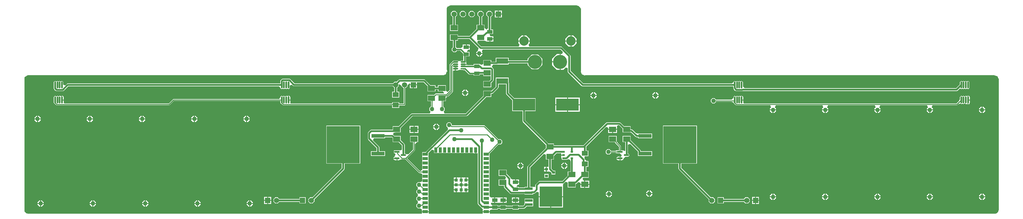
<source format=gtl>
G04*
G04 #@! TF.GenerationSoftware,Altium Limited,Altium Designer,23.10.1 (27)*
G04*
G04 Layer_Physical_Order=1*
G04 Layer_Color=255*
%FSLAX44Y44*%
%MOMM*%
G71*
G04*
G04 #@! TF.SameCoordinates,03B978FF-55A4-44C7-B640-70ACE0D70F40*
G04*
G04*
G04 #@! TF.FilePolarity,Positive*
G04*
G01*
G75*
%ADD16C,0.2540*%
%ADD17R,2.0320X1.5240*%
%ADD18R,0.9000X0.9000*%
%ADD19R,1.5000X0.9000*%
%ADD20R,0.9000X1.5000*%
%ADD21R,1.5240X1.0160*%
G04:AMPARAMS|DCode=22|XSize=1.5052mm|YSize=0.4549mm|CornerRadius=0.2275mm|HoleSize=0mm|Usage=FLASHONLY|Rotation=180.000|XOffset=0mm|YOffset=0mm|HoleType=Round|Shape=RoundedRectangle|*
%AMROUNDEDRECTD22*
21,1,1.5052,0.0000,0,0,180.0*
21,1,1.0503,0.4549,0,0,180.0*
1,1,0.4549,-0.5252,0.0000*
1,1,0.4549,0.5252,0.0000*
1,1,0.4549,0.5252,0.0000*
1,1,0.4549,-0.5252,0.0000*
%
%ADD22ROUNDEDRECTD22*%
%ADD23R,1.5052X0.4549*%
%ADD24R,1.5242X0.5780*%
G04:AMPARAMS|DCode=25|XSize=1.5242mm|YSize=0.578mm|CornerRadius=0.289mm|HoleSize=0mm|Usage=FLASHONLY|Rotation=0.000|XOffset=0mm|YOffset=0mm|HoleType=Round|Shape=RoundedRectangle|*
%AMROUNDEDRECTD25*
21,1,1.5242,0.0000,0,0,0.0*
21,1,0.9463,0.5780,0,0,0.0*
1,1,0.5780,0.4731,0.0000*
1,1,0.5780,-0.4731,0.0000*
1,1,0.5780,-0.4731,0.0000*
1,1,0.5780,0.4731,0.0000*
%
%ADD25ROUNDEDRECTD25*%
%ADD26O,0.4500X2.0000*%
%ADD27R,6.5000X3.5000*%
%ADD28R,3.8000X1.0500*%
%ADD29R,9.4500X10.6700*%
%ADD30R,1.7500X1.4000*%
%ADD31R,2.2000X0.8000*%
%ADD32R,6.4000X5.8000*%
%ADD33R,0.8000X0.5500*%
%ADD34R,0.9000X0.8000*%
%ADD35R,3.4500X1.6500*%
%ADD47C,0.4000*%
%ADD53C,0.5100*%
%ADD54C,0.3900*%
%ADD55C,1.5000*%
%ADD56R,1.5000X1.5000*%
%ADD57C,2.7000*%
%ADD58C,4.0500*%
%ADD59C,1.2700*%
G36*
X191746Y598451D02*
Y598451D01*
X196232Y594794D01*
X197121Y593090D01*
X197143Y593037D01*
X199180Y591030D01*
Y410210D01*
X199180Y410210D01*
X198553D01*
X201774Y402434D01*
X209550Y399213D01*
X209550Y397781D01*
X209550Y397781D01*
X209550Y397781D01*
X211011Y399241D01*
X211158Y399389D01*
X215290Y399840D01*
X1384206D01*
X1389357Y397790D01*
X1389370Y397785D01*
X1389380Y397781D01*
X1389409Y397773D01*
X1394607Y395979D01*
X1396001Y391160D01*
X1396022Y391108D01*
X1398060Y389100D01*
Y12794D01*
X1396010Y7643D01*
X1392193Y3224D01*
X1391921Y2912D01*
X1391921Y2912D01*
X1386514Y1480D01*
X-62460D01*
Y6130D01*
X-82540D01*
Y1480D01*
X-237460D01*
Y6130D01*
X-257540D01*
Y1480D01*
X-1386513D01*
X-1391920Y2912D01*
X-1396299Y6825D01*
X-1396629Y7619D01*
X-1396628Y7620D01*
X-1398060Y7620D01*
Y393700D01*
X-1396629D01*
X-1396429Y394181D01*
X-1393822Y396263D01*
X-1391920Y397781D01*
X-1391920D01*
X-1391866Y397803D01*
X-1391041Y398641D01*
X-1386514Y399840D01*
X-196850D01*
Y399213D01*
X-189074Y402434D01*
X-185859Y410196D01*
X-184431Y410187D01*
X-184421Y410209D01*
X-186481Y416209D01*
X-186480Y593090D01*
X-185153D01*
X-184004Y595866D01*
X-180466Y597713D01*
X-179070Y598441D01*
X-179070Y598441D01*
X-179023Y598461D01*
X-178082Y599414D01*
X-173620Y600500D01*
X186595D01*
X191746Y598451D01*
D02*
G37*
%LPC*%
G36*
X-28060Y585350D02*
X-36830D01*
Y576580D01*
X-28060D01*
Y585350D01*
D02*
G37*
G36*
X-39370D02*
X-48140D01*
Y576580D01*
X-39370D01*
Y585350D01*
D02*
G37*
G36*
X-110667Y584080D02*
X-117933D01*
X-123070Y578943D01*
Y571677D01*
X-117933Y566540D01*
X-110667D01*
X-105530Y571677D01*
Y578943D01*
X-110667Y584080D01*
D02*
G37*
G36*
X-136067D02*
X-143333D01*
X-148470Y578943D01*
Y571677D01*
X-143333Y566540D01*
X-136067D01*
X-130930Y571677D01*
Y578943D01*
X-136067Y584080D01*
D02*
G37*
G36*
X-28060Y574040D02*
X-36830D01*
Y565270D01*
X-28060D01*
Y574040D01*
D02*
G37*
G36*
X-39370D02*
X-48140D01*
Y565270D01*
X-39370D01*
Y574040D01*
D02*
G37*
G36*
X-59867Y584080D02*
X-67133D01*
X-72270Y578943D01*
Y571677D01*
X-67635Y567042D01*
Y535416D01*
X-71120Y530860D01*
X-71470Y530756D01*
X-77470Y535233D01*
Y544830D01*
X-84765D01*
Y567042D01*
X-80130Y571677D01*
Y578943D01*
X-85267Y584080D01*
X-92533D01*
X-97670Y578943D01*
Y571677D01*
X-93035Y567042D01*
Y544830D01*
X-100330D01*
Y532897D01*
X-121093Y512135D01*
X-153670D01*
Y516890D01*
X-176530D01*
Y499110D01*
X-167965D01*
Y480352D01*
X-171450Y476866D01*
Y470554D01*
X-166986Y466090D01*
X-160674D01*
X-156593Y470171D01*
X-147258D01*
X-138890Y461803D01*
Y453490D01*
X-138396D01*
Y441577D01*
X-144247Y441577D01*
X-144247Y441577D01*
X-146960Y440453D01*
X-153040D01*
X-153324Y440570D01*
X-155753Y441577D01*
X-155753Y441577D01*
X-155919Y441577D01*
X-166256D01*
X-168969Y440453D01*
X-169414Y439379D01*
X-169606Y439300D01*
X-169606Y439300D01*
X-177204Y431702D01*
X-178009Y429758D01*
X-178009Y429757D01*
Y356739D01*
X-183193Y351555D01*
X-188570Y354663D01*
X-188570Y358396D01*
Y370840D01*
X-211430D01*
Y366085D01*
X-218570D01*
Y370840D01*
X-232424D01*
X-247938Y386354D01*
X-250861Y387565D01*
X-321420D01*
X-321420Y387565D01*
X-324344Y386354D01*
X-324344Y386354D01*
X-329817Y380880D01*
X-336373D01*
X-341008Y376245D01*
X-622813D01*
X-634812Y388244D01*
X-637736Y389455D01*
X-656762D01*
X-656762Y389455D01*
X-659686Y388244D01*
X-662673Y385256D01*
X-663885Y382332D01*
Y375635D01*
X-1273915D01*
X-1273916Y375635D01*
X-1276839Y374424D01*
X-1276839Y374423D01*
X-1280897Y370366D01*
X-1286440Y372662D01*
X-1286440Y379250D01*
X-1286440Y379250D01*
X-1287556Y381944D01*
X-1290250Y383060D01*
X-1290805Y382830D01*
X-1292944Y381944D01*
X-1293246Y381944D01*
X-1294056D01*
X-1296750Y383060D01*
X-1296750Y383060D01*
X-1300000Y382107D01*
X-1303250Y383060D01*
X-1303250Y383060D01*
X-1305944Y381944D01*
X-1306754D01*
X-1307056Y381944D01*
X-1309750Y383060D01*
X-1312444Y381944D01*
X-1313560Y379250D01*
X-1313560Y379250D01*
X-1313560Y379031D01*
Y372284D01*
X-1313885Y371500D01*
X-1313584Y370775D01*
Y363450D01*
X-1313455Y363137D01*
Y361236D01*
X-1312244Y358312D01*
X-1308688Y354756D01*
X-1305764Y353545D01*
X-1305764Y353545D01*
X-1287736D01*
X-1284812Y354756D01*
X-1272203Y367365D01*
X-667175D01*
X-663560Y363750D01*
X-662444Y361056D01*
X-659750Y359940D01*
X-659119Y360201D01*
X-657056Y361056D01*
X-656754Y361056D01*
X-655944D01*
X-653250Y359940D01*
X-650556Y361056D01*
X-649444D01*
X-646750Y359940D01*
X-644056Y361056D01*
X-643246D01*
X-642944Y361056D01*
X-640250Y359940D01*
X-637556Y361056D01*
X-636440Y363750D01*
X-636440Y363750D01*
X-636440Y363969D01*
Y370337D01*
X-630897Y372634D01*
X-627450Y369186D01*
X-624526Y367975D01*
X-341008D01*
X-336875Y363842D01*
Y352200D01*
X-342760D01*
Y335660D01*
X-322720D01*
Y352200D01*
X-328605D01*
Y363842D01*
X-323970Y368477D01*
Y372295D01*
X-322110Y373438D01*
X-316110Y370083D01*
Y368477D01*
X-310973Y363340D01*
X-310089D01*
Y319186D01*
X-310089Y318317D01*
X-310471Y318299D01*
X-322720Y318299D01*
Y322200D01*
X-342760D01*
Y318710D01*
X-632109D01*
X-633702D01*
X-635065Y320750D01*
Y327230D01*
X-640250D01*
Y328500D01*
X-641520D01*
Y340909D01*
X-643916Y339916D01*
X-646750Y340060D01*
X-649444Y338944D01*
X-650556D01*
X-653250Y340060D01*
X-655944Y338944D01*
X-656754D01*
X-657056Y338944D01*
X-659750Y340060D01*
X-662444Y338944D01*
X-663560Y336250D01*
X-663560Y336250D01*
X-663560Y336250D01*
X-666207Y331751D01*
X-666502Y331250D01*
X-966733D01*
X-970174Y331250D01*
X-972118Y330444D01*
Y330444D01*
X-983854Y318710D01*
X-985636Y318710D01*
X-1282112D01*
X-1283702D01*
X-1285065Y320750D01*
Y327230D01*
X-1290250D01*
Y328500D01*
X-1291520D01*
Y340909D01*
X-1293916Y339916D01*
X-1296750Y340060D01*
X-1296750Y340060D01*
X-1300000Y339107D01*
X-1303250Y340060D01*
X-1303250Y340060D01*
X-1305944Y338944D01*
X-1306754D01*
X-1307056Y338944D01*
X-1309750Y340060D01*
X-1312444Y338944D01*
X-1313560Y336250D01*
X-1313560Y336250D01*
X-1313560Y336031D01*
Y320750D01*
X-1312444Y318056D01*
X-1310351Y317189D01*
X-1307178Y314016D01*
X-1307178Y314016D01*
X-1305234Y313211D01*
X-1305234Y313211D01*
X-1291450D01*
X-1287121Y313211D01*
Y313211D01*
X-1282076D01*
X-986176D01*
X-982715D01*
X-982715Y313211D01*
X-980771Y314016D01*
X-980771Y314016D01*
X-969036Y325751D01*
X-967283Y325751D01*
X-667207D01*
X-664586D01*
Y325751D01*
X-663560D01*
Y320750D01*
X-662444Y318056D01*
X-660351Y317189D01*
X-657178Y314016D01*
X-657178Y314016D01*
X-655234Y313211D01*
X-655234Y313211D01*
X-641450D01*
X-637121Y313211D01*
Y313211D01*
X-632077D01*
X-342760D01*
X-342760Y312710D01*
Y305660D01*
X-322720D01*
Y312299D01*
X-322720Y312800D01*
X-308879D01*
X-307340Y312800D01*
X-305396Y313605D01*
X-304591Y315549D01*
X-304591Y317088D01*
X-304591Y319825D01*
Y363340D01*
X-303707Y363340D01*
X-298570Y368477D01*
Y371167D01*
X-292727Y376122D01*
X-291980Y375974D01*
Y373380D01*
X-281940D01*
X-271900D01*
Y379295D01*
X-252574D01*
X-241430Y368152D01*
Y353060D01*
X-218570D01*
Y357815D01*
X-211430D01*
Y353060D01*
X-196938D01*
X-193627Y348150D01*
X-193472Y347060D01*
X-193554Y346919D01*
X-210219D01*
X-210219Y346919D01*
Y346919D01*
X-217300D01*
X-219244Y346114D01*
X-222458Y342900D01*
X-222960Y342900D01*
X-241430D01*
Y325120D01*
X-231349D01*
Y309896D01*
X-231756Y309880D01*
X-231823Y309813D01*
X-236220Y305416D01*
Y299104D01*
X-233001Y295885D01*
X-234761Y289885D01*
X-285680D01*
X-285680Y289885D01*
X-288604Y288674D01*
X-288604Y288674D01*
X-324417Y252860D01*
X-341430D01*
Y242895D01*
X-402950D01*
X-405874Y241684D01*
X-405874Y241684D01*
X-411354Y236204D01*
X-412565Y233280D01*
Y217520D01*
X-411354Y214596D01*
X-387215Y190457D01*
Y181120D01*
X-403350D01*
Y168080D01*
X-362810D01*
Y181120D01*
X-378945D01*
Y192170D01*
X-378945Y192170D01*
X-380156Y195093D01*
X-380156Y195094D01*
X-397943Y212880D01*
X-395457Y218880D01*
X-362810D01*
Y221265D01*
X-343623D01*
X-341430Y219073D01*
Y207140D01*
X-324417D01*
X-315033Y197756D01*
Y185645D01*
X-320211Y183660D01*
Y183660D01*
X-337993D01*
Y175340D01*
X-336093D01*
X-334841Y175102D01*
X-333426Y172377D01*
X-333502Y171263D01*
X-336313Y165350D01*
X-337989Y164656D01*
X-339184Y161770D01*
X-329102D01*
Y160500D01*
X-327832D01*
Y154623D01*
X-324370D01*
X-320215Y156344D01*
X-314593Y158331D01*
X-310623D01*
X-304741Y158048D01*
X-301500Y154808D01*
X-269277Y122585D01*
X-266448Y119756D01*
X-266448Y119756D01*
X-264504Y118951D01*
X-259091Y117534D01*
X-256270Y114770D01*
X-256270Y109930D01*
X-256270Y103230D01*
X-256270Y97230D01*
Y95122D01*
X-262254Y92620D01*
X-262270Y92620D01*
X-268566D01*
X-273030Y88156D01*
Y81844D01*
X-269443Y78257D01*
X-268937Y75000D01*
X-269443Y71743D01*
X-273030Y68156D01*
Y61844D01*
X-269443Y58257D01*
X-268937Y55000D01*
X-269443Y51743D01*
X-273030Y48156D01*
Y41844D01*
X-269449Y38263D01*
X-268947Y34977D01*
X-269457Y31749D01*
X-273050Y28156D01*
Y21844D01*
X-268586Y17380D01*
X-262322D01*
X-262106Y17247D01*
X-257540Y13628D01*
Y8670D01*
X-247500D01*
X-237460D01*
Y14440D01*
X-238730D01*
Y25870D01*
X-238730D01*
Y27030D01*
X-238730D01*
X-238730Y38570D01*
X-238730Y44570D01*
X-238730Y51270D01*
X-238730Y57270D01*
X-238730Y63970D01*
X-238730Y69970D01*
X-238730Y76670D01*
X-238730D01*
Y77830D01*
X-238730D01*
X-238730Y89370D01*
X-238730Y95370D01*
X-238730Y102070D01*
X-238730Y108070D01*
X-238730Y114770D01*
X-238730Y120770D01*
X-238730Y127470D01*
X-238730Y133470D01*
X-238730Y140170D01*
X-238730Y146170D01*
X-238730Y152870D01*
X-238730Y158870D01*
X-238730Y165570D01*
X-238730Y173690D01*
X-238415Y174450D01*
Y175737D01*
X-228463Y185689D01*
X-222920Y183393D01*
Y176230D01*
X-216220D01*
X-211380Y176230D01*
Y176230D01*
X-210220D01*
Y176230D01*
X-198680Y176230D01*
X-192680Y176230D01*
X-185980Y176230D01*
X-179980Y176230D01*
X-173280Y176230D01*
X-167280Y176230D01*
X-160580Y176230D01*
X-154580Y176230D01*
X-147880Y176230D01*
X-141880Y176230D01*
X-135180Y176230D01*
X-129180Y176230D01*
X-122480Y176230D01*
X-116480Y176230D01*
X-109890D01*
Y174960D01*
X-104120D01*
Y185000D01*
X-101580D01*
Y174960D01*
X-97395D01*
Y31030D01*
X-96184Y28107D01*
X-87204Y19127D01*
X-86458Y18817D01*
X-82540Y14440D01*
Y8670D01*
X-72500D01*
X-62460D01*
Y12305D01*
X-57150Y13970D01*
X-56655Y13970D01*
X-39370D01*
Y16185D01*
X-33020D01*
Y13970D01*
X-15240D01*
Y16185D01*
X2540D01*
Y13970D01*
X20320D01*
Y16185D01*
X34820D01*
X37744Y17396D01*
X43108Y22760D01*
X61800D01*
X61800Y33300D01*
X61800Y39300D01*
Y44700D01*
X37260D01*
X37260Y34160D01*
X36944Y28291D01*
X33108Y24455D01*
X20320D01*
Y26670D01*
X2540D01*
Y24455D01*
X-15240D01*
Y26670D01*
X-33020D01*
Y24455D01*
X-39370D01*
Y26670D01*
X-55337D01*
X-59031Y29603D01*
X-59494Y32683D01*
X-58420Y33020D01*
X-57730Y33020D01*
X-49530D01*
Y40640D01*
Y48260D01*
X-57730D01*
X-58420Y48260D01*
X-58913Y48415D01*
X-63730Y51270D01*
Y52430D01*
X-63730D01*
Y63970D01*
X-63730D01*
Y65130D01*
X-63730D01*
Y76670D01*
X-63730D01*
Y77830D01*
X-63730D01*
Y89370D01*
X-63730D01*
Y90530D01*
X-63730D01*
Y102070D01*
X-63730D01*
Y103230D01*
X-63730D01*
Y114770D01*
X-63730D01*
Y115930D01*
X-63730D01*
Y127470D01*
X-63730D01*
Y128630D01*
X-63730D01*
Y140170D01*
X-63730D01*
Y141330D01*
X-63730D01*
Y152870D01*
X-63730D01*
Y154030D01*
X-63730D01*
Y165570D01*
X-63730D01*
Y166730D01*
X-63730D01*
Y173881D01*
X-63730Y174382D01*
X-49995Y188117D01*
X-49995Y188117D01*
X-49593Y189089D01*
X-37745Y200937D01*
X-37446Y200660D01*
X-37352Y200660D01*
X-31134D01*
X-26670Y205124D01*
Y211436D01*
X-31134Y215900D01*
X-37352D01*
X-37446Y215900D01*
X-37745Y215623D01*
X-43923Y221801D01*
X-48387Y226265D01*
X-75430Y253308D01*
X-76796Y254674D01*
X-78740Y255479D01*
X-78740Y255479D01*
X-80653D01*
X-171372D01*
X-171450Y255557D01*
Y259696D01*
X-175914Y264160D01*
X-182226D01*
X-186690Y259696D01*
Y253384D01*
X-183321Y250015D01*
X-182401Y246876D01*
X-182722Y243125D01*
X-245474Y180374D01*
X-246345Y178270D01*
X-256270D01*
X-256270Y166730D01*
X-256270Y160730D01*
X-256270Y154030D01*
X-256270Y148030D01*
X-256270Y141330D01*
X-256270Y135330D01*
X-256270Y128630D01*
X-260538Y124449D01*
X-263366Y124449D01*
X-264718Y125802D01*
X-297802Y158886D01*
X-298398Y159482D01*
X-299975Y161102D01*
X-293377Y167699D01*
X-293377Y167699D01*
X-291655Y169422D01*
X-279110Y181966D01*
X-278056Y183021D01*
X-278056Y183021D01*
X-277251Y184965D01*
X-277251Y184965D01*
Y201348D01*
X-271251Y207140D01*
X-268570D01*
Y224920D01*
X-291430D01*
Y207140D01*
X-283251D01*
X-282749Y207140D01*
X-282749Y186104D01*
X-296248Y172604D01*
X-296901Y172661D01*
X-302983Y173184D01*
X-306167Y174503D01*
X-306763D01*
Y199468D01*
X-306763Y199468D01*
X-307974Y202392D01*
X-318570Y212987D01*
Y224920D01*
X-335583D01*
X-338986Y228324D01*
X-340052Y228765D01*
X-338859Y234765D01*
X-335070D01*
X-334310Y235080D01*
X-318570D01*
Y247013D01*
X-283967Y281615D01*
X-129940D01*
X-127016Y282826D01*
X-72703Y337140D01*
X-58570D01*
Y346279D01*
X-55986D01*
X-53062Y347491D01*
X-38446Y362106D01*
X-38446Y362106D01*
X-37235Y365030D01*
Y373460D01*
X-16105D01*
Y347220D01*
X-14894Y344296D01*
X1520Y327882D01*
Y296190D01*
X31156D01*
Y268240D01*
X32367Y265316D01*
X98255Y199427D01*
Y199040D01*
X98570Y198281D01*
Y190928D01*
X46606Y138964D01*
X45395Y136040D01*
Y78900D01*
X37260D01*
Y77145D01*
X20320D01*
Y78740D01*
X13741D01*
X13507Y79090D01*
X16714Y85090D01*
X21590D01*
Y91440D01*
X11430D01*
Y92710D01*
X10160D01*
Y100330D01*
X3084D01*
X-353Y101978D01*
X-2928Y104591D01*
X-3426Y105794D01*
X-13970Y116337D01*
Y128270D01*
X-36830D01*
Y110490D01*
X-19817D01*
X-15657Y106330D01*
X-18143Y100330D01*
X-36830D01*
Y82550D01*
X-21925D01*
Y78750D01*
X-20714Y75827D01*
X-4154Y59266D01*
X-1230Y58055D01*
X22284D01*
X22381Y58095D01*
X37260D01*
Y56960D01*
X61800D01*
Y59545D01*
X64950D01*
X67874Y60756D01*
X71990Y64873D01*
X77990Y62387D01*
Y52100D01*
X147070D01*
Y81376D01*
X147070Y81833D01*
X147111Y82532D01*
X148430Y87807D01*
X150315Y88587D01*
X155290Y93563D01*
X161290Y91077D01*
Y77140D01*
X184150D01*
Y87106D01*
X186733Y88176D01*
X191300Y92743D01*
X197300Y90257D01*
Y87300D01*
X208730D01*
Y96190D01*
X206865D01*
X203503Y102190D01*
X204117Y103297D01*
X205690Y105080D01*
X221430D01*
Y122860D01*
X214135D01*
Y136730D01*
X220020D01*
Y153270D01*
X215139D01*
X210692Y156662D01*
X209481Y159586D01*
X209547Y165210D01*
X210177Y166730D01*
X220020D01*
Y183270D01*
X214135D01*
Y193970D01*
X214033Y194216D01*
X271300Y251483D01*
X277300Y248997D01*
Y245240D01*
X290000D01*
X302700D01*
Y250215D01*
X302700Y254130D01*
X307836Y256215D01*
X308167D01*
X318266Y246116D01*
X318570Y245991D01*
Y235080D01*
X341430D01*
X346212Y232140D01*
X355876Y222477D01*
X355876Y222476D01*
X358800Y221265D01*
X362810D01*
Y218880D01*
X403350D01*
Y231920D01*
X362810D01*
Y231920D01*
X357196Y232852D01*
X347238Y242809D01*
X344314Y244021D01*
X341430D01*
Y252860D01*
X325689D01*
X324930Y253175D01*
X322903D01*
X312804Y263274D01*
X309880Y264485D01*
X274320D01*
X271396Y263274D01*
X271396Y263274D01*
X206227Y198105D01*
X121430D01*
Y202860D01*
X105812D01*
X105314Y204064D01*
X105314Y204064D01*
X39425Y269952D01*
Y296190D01*
X69060D01*
Y333730D01*
X7367D01*
X-7835Y348933D01*
Y377280D01*
X-7835Y377280D01*
X-8150Y378040D01*
Y392500D01*
X-45190D01*
Y378040D01*
X-45505Y377280D01*
Y366743D01*
X-53963Y358284D01*
X-58570Y354920D01*
X-81430D01*
Y340107D01*
X-131652Y289885D01*
X-193229D01*
X-194989Y295885D01*
X-191770Y299104D01*
Y305416D01*
X-196167Y309813D01*
X-196234Y309880D01*
X-196641Y309896D01*
Y325120D01*
X-188570D01*
Y334191D01*
X-184150Y337611D01*
X-182206Y338416D01*
X-169506Y351116D01*
X-169506Y351116D01*
X-168701Y353060D01*
X-168701Y353060D01*
Y411395D01*
X-166256Y413029D01*
X-162275D01*
Y418240D01*
X-159735D01*
Y413029D01*
X-155753D01*
X-153489Y413966D01*
X-148104Y414655D01*
X-146526Y414695D01*
X-145516Y414695D01*
X-139371D01*
X-138721Y414426D01*
X-134951D01*
X-122863Y402337D01*
X-120360Y401301D01*
X-108890D01*
Y398490D01*
X-91110D01*
Y401895D01*
X-81430D01*
Y397140D01*
X-60155D01*
Y387122D01*
X-64417Y382860D01*
X-81430D01*
Y365080D01*
X-58570D01*
Y377012D01*
X-53096Y382486D01*
X-53096Y382486D01*
X-51885Y385410D01*
Y416555D01*
X-53096Y419479D01*
X-53096Y419479D01*
X-54418Y420800D01*
X-56137Y422572D01*
X-56769Y423835D01*
X-53061Y429835D01*
X-41680D01*
X-40172Y430460D01*
X-8150D01*
Y433705D01*
X45540D01*
Y428926D01*
X58146Y416320D01*
X75974D01*
X88580Y428926D01*
Y446754D01*
X75974Y459360D01*
X58146D01*
X45540Y446754D01*
Y441975D01*
X-8150D01*
Y449500D01*
X-45190D01*
Y438105D01*
X-58570D01*
Y442860D01*
X-81430D01*
Y432078D01*
X-87067Y429225D01*
X-91110Y431510D01*
Y431510D01*
X-108890D01*
Y428645D01*
X-126798D01*
X-128532Y431240D01*
X-130566Y436149D01*
X-129907Y437740D01*
X-131031Y440453D01*
X-131317Y440572D01*
Y453490D01*
X-121110D01*
Y466190D01*
X-127913D01*
X-128147Y466540D01*
X-124940Y472540D01*
X-119840D01*
Y478890D01*
X-130000D01*
Y480160D01*
X-131270D01*
Y487780D01*
X-140160D01*
Y480923D01*
X-145792Y477249D01*
X-156593D01*
X-159695Y480352D01*
Y499110D01*
X-153670D01*
Y503865D01*
X-121093D01*
X-94397Y477170D01*
X-96345Y471312D01*
X-96637Y470925D01*
X-101600Y465962D01*
Y463550D01*
X-83820D01*
Y465962D01*
X-85243Y467385D01*
X-82758Y473385D01*
X140527D01*
X147282Y466630D01*
X144797Y460630D01*
X140330D01*
Y437840D01*
Y415050D01*
X148500D01*
X155422Y421972D01*
X160965Y419676D01*
Y410210D01*
X162176Y407286D01*
X200886Y368576D01*
X200886Y368576D01*
X203810Y367365D01*
X203810Y367365D01*
X636416D01*
Y363450D01*
X636545Y363137D01*
Y361236D01*
X637756Y358312D01*
X641312Y354756D01*
X644236Y353545D01*
X644236Y353545D01*
X662264D01*
X663375Y354005D01*
X1276890D01*
X1279814Y355216D01*
X1285969Y361371D01*
X1287556Y361056D01*
X1290250Y359940D01*
X1290250Y359940D01*
X1293500Y360893D01*
X1296750Y359940D01*
X1296750Y359940D01*
X1299444Y361056D01*
X1300556D01*
X1303250Y359940D01*
X1305944Y361056D01*
X1306754D01*
X1307056Y361056D01*
X1309750Y359940D01*
X1312444Y361056D01*
X1313560Y363750D01*
X1313560Y363750D01*
X1313560Y363969D01*
X1313560Y363969D01*
X1313560Y367032D01*
Y376406D01*
X1313560Y379030D01*
Y379031D01*
X1313560Y379250D01*
X1313560Y379250D01*
X1312444Y381944D01*
X1309750Y383060D01*
X1309195Y382830D01*
X1307056Y381944D01*
X1306754Y381944D01*
X1305944D01*
X1303250Y383060D01*
X1300556Y381944D01*
X1299444D01*
X1296750Y383060D01*
X1296750Y383060D01*
X1293500Y382107D01*
X1290250Y383060D01*
X1290250Y383060D01*
X1290250Y383060D01*
X1290250Y383060D01*
X1287556Y381944D01*
X1287556D01*
X1286440Y379250D01*
X1286440Y379031D01*
X1286440Y379031D01*
X1286440Y379011D01*
X1286440Y379011D01*
X1286440Y376406D01*
Y373537D01*
X1275177Y362275D01*
X668949D01*
X663560Y367866D01*
Y376406D01*
X663560Y379250D01*
X662444Y381944D01*
X659750Y383060D01*
X659750Y383060D01*
X659054Y382856D01*
X656500Y382107D01*
X653250Y383060D01*
X653250Y383060D01*
X650556Y381944D01*
X649444D01*
X646750Y383060D01*
X644056Y381944D01*
X643246D01*
X642944Y381944D01*
X640250Y383060D01*
X637556Y381944D01*
X636440Y379250D01*
X631847Y375635D01*
X205523D01*
X169235Y411923D01*
Y454660D01*
X168024Y457584D01*
X145164Y480444D01*
X142240Y481655D01*
X50544D01*
X48059Y487655D01*
X51600Y491196D01*
Y496570D01*
X19520D01*
Y491196D01*
X23061Y487655D01*
X20576Y481655D01*
X-87187D01*
X-98643Y493110D01*
X-96157Y499110D01*
X-78390D01*
X-77470Y499110D01*
X-72390Y496889D01*
Y496570D01*
X-63500D01*
Y504190D01*
X-62230D01*
Y505460D01*
X-52070D01*
Y511810D01*
X-60584D01*
X-61089Y512108D01*
X-61444Y512475D01*
X-63449Y517810D01*
X-63083Y518160D01*
X-53340D01*
Y530860D01*
X-59365D01*
Y567042D01*
X-54730Y571677D01*
Y578943D01*
X-59867Y584080D01*
D02*
G37*
G36*
X-161467D02*
X-168733D01*
X-173870Y578943D01*
Y571677D01*
X-169235Y567042D01*
Y544830D01*
X-176530D01*
Y527050D01*
X-153670D01*
Y544830D01*
X-160965D01*
Y567042D01*
X-156330Y571677D01*
Y578943D01*
X-161467Y584080D01*
D02*
G37*
G36*
X177204Y513880D02*
X171830D01*
Y499110D01*
X186600D01*
Y504484D01*
X177204Y513880D01*
D02*
G37*
G36*
X169290D02*
X163916D01*
X154520Y504484D01*
Y499110D01*
X169290D01*
Y513880D01*
D02*
G37*
G36*
X42204D02*
X36830D01*
Y499110D01*
X51600D01*
Y504484D01*
X42204Y513880D01*
D02*
G37*
G36*
X34290D02*
X28916D01*
X19520Y504484D01*
Y499110D01*
X34290D01*
Y513880D01*
D02*
G37*
G36*
X-52070Y502920D02*
X-60960D01*
Y496570D01*
X-52070D01*
Y502920D01*
D02*
G37*
G36*
X186600Y496570D02*
X171830D01*
Y481800D01*
X177204D01*
X186600Y491196D01*
Y496570D01*
D02*
G37*
G36*
X169290D02*
X154520D01*
Y491196D01*
X163916Y481800D01*
X169290D01*
Y496570D01*
D02*
G37*
G36*
X-119840Y487780D02*
X-128730D01*
Y481430D01*
X-119840D01*
Y487780D01*
D02*
G37*
G36*
X-83820Y461010D02*
X-91440D01*
Y453390D01*
X-89028D01*
X-83820Y458598D01*
Y461010D01*
D02*
G37*
G36*
X-93980D02*
X-101600D01*
Y458598D01*
X-96392Y453390D01*
X-93980D01*
Y461010D01*
D02*
G37*
G36*
X137790Y460630D02*
X129620D01*
X116270Y447280D01*
Y439110D01*
X137790D01*
Y460630D01*
D02*
G37*
G36*
Y436570D02*
X116270D01*
Y428400D01*
X129620Y415050D01*
X137790D01*
Y436570D01*
D02*
G37*
G36*
X-271900Y370840D02*
X-280670D01*
Y362070D01*
X-271900D01*
Y370840D01*
D02*
G37*
G36*
X-283210D02*
X-291980D01*
Y362070D01*
X-283210D01*
Y370840D01*
D02*
G37*
G36*
X-129668Y358140D02*
X-132080D01*
Y350520D01*
X-124460D01*
Y352932D01*
X-129668Y358140D01*
D02*
G37*
G36*
X-134620D02*
X-137032D01*
X-142240Y352932D01*
Y350520D01*
X-134620D01*
Y358140D01*
D02*
G37*
G36*
X416432Y350520D02*
X414020D01*
Y342900D01*
X421640D01*
Y345312D01*
X416432Y350520D01*
D02*
G37*
G36*
X411480D02*
X409068D01*
X403860Y345312D01*
Y342900D01*
X411480D01*
Y350520D01*
D02*
G37*
G36*
X238632D02*
X236220D01*
Y342900D01*
X243840D01*
Y345312D01*
X238632Y350520D01*
D02*
G37*
G36*
X233680D02*
X231268D01*
X226060Y345312D01*
Y342900D01*
X233680D01*
Y350520D01*
D02*
G37*
G36*
X-124460Y347980D02*
X-132080D01*
Y340360D01*
X-129668D01*
X-124460Y345568D01*
Y347980D01*
D02*
G37*
G36*
X-134620D02*
X-142240D01*
Y345568D01*
X-137032Y340360D01*
X-134620D01*
Y347980D01*
D02*
G37*
G36*
X1308480Y340909D02*
X1306084Y339916D01*
X1303250Y340060D01*
X1300556Y338944D01*
X1299444D01*
X1296750Y340060D01*
X1296750Y340060D01*
X1293500Y339107D01*
X1290250Y340060D01*
X1290250Y340060D01*
X1290250Y340060D01*
X1290250Y340060D01*
X1287556Y338944D01*
X1287556D01*
X1286440Y336250D01*
X1286440Y336031D01*
X1286440Y336031D01*
X1286440Y336011D01*
X1286440Y336011D01*
X1286440Y333407D01*
Y330437D01*
X1283408Y325693D01*
Y325693D01*
X1276424Y318710D01*
X1274772Y318710D01*
X1208310D01*
X1206525D01*
X1200000Y318710D01*
X1194655Y318710D01*
X1191675D01*
X1058325D01*
X1056525D01*
X1050000Y318710D01*
X1044655Y318710D01*
X1041675D01*
X908325D01*
X906525D01*
X900000Y318710D01*
X894655Y318710D01*
X891675D01*
X758325D01*
X756525D01*
X750000Y318710D01*
X744655Y318710D01*
X741678D01*
X667903D01*
X666299D01*
X664935Y320750D01*
Y327230D01*
X659750D01*
Y328500D01*
X658480D01*
Y340909D01*
X656084Y339916D01*
X655720Y339037D01*
X653250Y340060D01*
X650556Y338944D01*
X649444D01*
X646750Y340060D01*
X644056Y338944D01*
X643246D01*
X642944Y338944D01*
X640250Y340060D01*
X637556Y338944D01*
X636440Y336250D01*
X636440Y336250D01*
X636440Y336031D01*
Y335139D01*
X630648Y329139D01*
X586756D01*
X586740Y329546D01*
X586678Y329608D01*
X582276Y334010D01*
X575964D01*
X571500Y329546D01*
Y323234D01*
X575964Y318770D01*
X582276D01*
X586673Y323167D01*
X586740Y323234D01*
X586756Y323641D01*
X630648D01*
X636440Y320750D01*
X637556Y318056D01*
X639649Y317189D01*
X642822Y314016D01*
X642822Y314016D01*
X644766Y313211D01*
X644766Y313211D01*
X658550D01*
X662879Y313211D01*
Y313211D01*
X667922D01*
X742264D01*
X742462Y312710D01*
X744639Y307211D01*
X741110Y303682D01*
Y301270D01*
X758890D01*
Y303682D01*
X755361Y307211D01*
X757537Y312710D01*
X757736Y313211D01*
X892264D01*
X892462Y312710D01*
X894639Y307211D01*
X891110Y303682D01*
Y301270D01*
X908890D01*
Y303682D01*
X905361Y307211D01*
X907537Y312710D01*
X907736Y313211D01*
X1042264D01*
X1042462Y312710D01*
X1044639Y307211D01*
X1041110Y303682D01*
Y301270D01*
X1058890D01*
Y303682D01*
X1055361Y307211D01*
X1057537Y312710D01*
X1057736Y313211D01*
X1192264D01*
X1192462Y312710D01*
X1194639Y307211D01*
X1191110Y303682D01*
Y301270D01*
X1208890D01*
Y303682D01*
X1205361Y307211D01*
X1207537Y312710D01*
X1207736Y313211D01*
X1274102D01*
X1277563D01*
X1277563Y313211D01*
X1279507Y314016D01*
X1281790Y316299D01*
X1282809Y316609D01*
X1287556Y318056D01*
X1290250Y316940D01*
X1290250Y316940D01*
X1293500Y317893D01*
X1296750Y316940D01*
X1296750Y316940D01*
X1299444Y318056D01*
X1300556Y318056D01*
X1303250Y316940D01*
X1306084Y317084D01*
X1308480Y316091D01*
Y328500D01*
Y340909D01*
D02*
G37*
G36*
X421640Y340360D02*
X414020D01*
Y332740D01*
X416432D01*
X421640Y337948D01*
Y340360D01*
D02*
G37*
G36*
X411480D02*
X403860D01*
Y337948D01*
X409068Y332740D01*
X411480D01*
Y340360D01*
D02*
G37*
G36*
X243840D02*
X236220D01*
Y332740D01*
X238632D01*
X243840Y337948D01*
Y340360D01*
D02*
G37*
G36*
X233680D02*
X226060D01*
Y337948D01*
X231268Y332740D01*
X233680D01*
Y340360D01*
D02*
G37*
G36*
X-638980Y340909D02*
Y329770D01*
X-635065D01*
Y336250D01*
X-636584Y339916D01*
X-638980Y340909D01*
D02*
G37*
G36*
X1311020D02*
Y329770D01*
X1314935D01*
Y336250D01*
X1313416Y339916D01*
X1311020Y340909D01*
D02*
G37*
G36*
X-1288980D02*
Y329770D01*
X-1285065D01*
Y336250D01*
X-1286584Y339916D01*
X-1288980Y340909D01*
D02*
G37*
G36*
X661020Y340909D02*
Y329770D01*
X664935D01*
Y336250D01*
X663416Y339916D01*
X661020Y340909D01*
D02*
G37*
G36*
X195330Y335000D02*
X161560D01*
Y316230D01*
X195330D01*
Y335000D01*
D02*
G37*
G36*
X159020D02*
X125250D01*
Y316230D01*
X159020D01*
Y335000D01*
D02*
G37*
G36*
X1314935Y327230D02*
X1311020D01*
Y316091D01*
X1313416Y317084D01*
X1314935Y320750D01*
Y327230D01*
D02*
G37*
G36*
X1353682Y308890D02*
X1351270D01*
Y301270D01*
X1358890D01*
Y303682D01*
X1353682Y308890D01*
D02*
G37*
G36*
X1348730D02*
X1346318D01*
X1341110Y303682D01*
Y301270D01*
X1348730D01*
Y308890D01*
D02*
G37*
G36*
X195330Y313690D02*
X161560D01*
Y294920D01*
X195330D01*
Y313690D01*
D02*
G37*
G36*
X159020D02*
X125250D01*
Y294920D01*
X159020D01*
Y313690D01*
D02*
G37*
G36*
X1358890Y298730D02*
X1351270D01*
Y291110D01*
X1353682D01*
X1358890Y296318D01*
Y298730D01*
D02*
G37*
G36*
X1348730D02*
X1341110D01*
Y296318D01*
X1346318Y291110D01*
X1348730D01*
Y298730D01*
D02*
G37*
G36*
X1208890D02*
X1201270D01*
Y291110D01*
X1203682D01*
X1208890Y296318D01*
Y298730D01*
D02*
G37*
G36*
X1198730D02*
X1191110D01*
Y296318D01*
X1196318Y291110D01*
X1198730D01*
Y298730D01*
D02*
G37*
G36*
X1058890D02*
X1051270D01*
Y291110D01*
X1053682D01*
X1058890Y296318D01*
Y298730D01*
D02*
G37*
G36*
X1048730D02*
X1041110D01*
Y296318D01*
X1046318Y291110D01*
X1048730D01*
Y298730D01*
D02*
G37*
G36*
X908890D02*
X901270D01*
Y291110D01*
X903682D01*
X908890Y296318D01*
Y298730D01*
D02*
G37*
G36*
X898730D02*
X891110D01*
Y296318D01*
X896318Y291110D01*
X898730D01*
Y298730D01*
D02*
G37*
G36*
X758890D02*
X751270D01*
Y291110D01*
X753682D01*
X758890Y296318D01*
Y298730D01*
D02*
G37*
G36*
X748730D02*
X741110D01*
Y296318D01*
X746318Y291110D01*
X748730D01*
Y298730D01*
D02*
G37*
G36*
X-756478Y282920D02*
X-758890D01*
Y275300D01*
X-751270D01*
Y277712D01*
X-756478Y282920D01*
D02*
G37*
G36*
X-761430D02*
X-763842D01*
X-769050Y277712D01*
Y275300D01*
X-761430D01*
Y282920D01*
D02*
G37*
G36*
X-906478D02*
X-908890D01*
Y275300D01*
X-901270D01*
Y277712D01*
X-906478Y282920D01*
D02*
G37*
G36*
X-911430D02*
X-913842D01*
X-919050Y277712D01*
Y275300D01*
X-911430D01*
Y282920D01*
D02*
G37*
G36*
X-1056478D02*
X-1058890D01*
Y275300D01*
X-1051270D01*
Y277712D01*
X-1056478Y282920D01*
D02*
G37*
G36*
X-1061430D02*
X-1063842D01*
X-1069050Y277712D01*
Y275300D01*
X-1061430D01*
Y282920D01*
D02*
G37*
G36*
X-1206478D02*
X-1208890D01*
Y275300D01*
X-1201270D01*
Y277712D01*
X-1206478Y282920D01*
D02*
G37*
G36*
X-1211430D02*
X-1213842D01*
X-1219050Y277712D01*
Y275300D01*
X-1211430D01*
Y282920D01*
D02*
G37*
G36*
X-1356478D02*
X-1358890D01*
Y275300D01*
X-1351270D01*
Y277712D01*
X-1356478Y282920D01*
D02*
G37*
G36*
X-1361430D02*
X-1363842D01*
X-1369050Y277712D01*
Y275300D01*
X-1361430D01*
Y282920D01*
D02*
G37*
G36*
X-751270Y272760D02*
X-758890D01*
Y265140D01*
X-756478D01*
X-751270Y270347D01*
Y272760D01*
D02*
G37*
G36*
X-761430D02*
X-769050D01*
Y270347D01*
X-763842Y265140D01*
X-761430D01*
Y272760D01*
D02*
G37*
G36*
X-901270D02*
X-908890D01*
Y265140D01*
X-906478D01*
X-901270Y270347D01*
Y272760D01*
D02*
G37*
G36*
X-911430D02*
X-919050D01*
Y270347D01*
X-913842Y265140D01*
X-911430D01*
Y272760D01*
D02*
G37*
G36*
X-1051270D02*
X-1058890D01*
Y265140D01*
X-1056478D01*
X-1051270Y270347D01*
Y272760D01*
D02*
G37*
G36*
X-1061430D02*
X-1069050D01*
Y270347D01*
X-1063842Y265140D01*
X-1061430D01*
Y272760D01*
D02*
G37*
G36*
X-1201270D02*
X-1208890D01*
Y265140D01*
X-1206478D01*
X-1201270Y270347D01*
Y272760D01*
D02*
G37*
G36*
X-1211430D02*
X-1219050D01*
Y270347D01*
X-1213842Y265140D01*
X-1211430D01*
Y272760D01*
D02*
G37*
G36*
X-1351270D02*
X-1358890D01*
Y265140D01*
X-1356478D01*
X-1351270Y270347D01*
Y272760D01*
D02*
G37*
G36*
X-1361430D02*
X-1369050D01*
Y270347D01*
X-1363842Y265140D01*
X-1361430D01*
Y272760D01*
D02*
G37*
G36*
X-212218Y260350D02*
X-214630D01*
Y252730D01*
X-207010D01*
Y255142D01*
X-212218Y260350D01*
D02*
G37*
G36*
X-217170D02*
X-219582D01*
X-224790Y255142D01*
Y252730D01*
X-217170D01*
Y260350D01*
D02*
G37*
G36*
X-267300Y254130D02*
X-278730D01*
Y245240D01*
X-267300D01*
Y254130D01*
D02*
G37*
G36*
X-281270D02*
X-292700D01*
Y245240D01*
X-281270D01*
Y254130D01*
D02*
G37*
G36*
X-207010Y250190D02*
X-214630D01*
Y242570D01*
X-212218D01*
X-207010Y247778D01*
Y250190D01*
D02*
G37*
G36*
X-217170D02*
X-224790D01*
Y247778D01*
X-219582Y242570D01*
X-217170D01*
Y250190D01*
D02*
G37*
G36*
X302700Y242700D02*
X291270D01*
Y233810D01*
X302700D01*
Y242700D01*
D02*
G37*
G36*
X288730D02*
X277300D01*
Y233810D01*
X288730D01*
Y242700D01*
D02*
G37*
G36*
X-267300D02*
X-278730D01*
Y233810D01*
X-267300D01*
Y242700D01*
D02*
G37*
G36*
X-281270D02*
X-292700D01*
Y233810D01*
X-281270D01*
Y242700D01*
D02*
G37*
G36*
X341430Y224920D02*
X318570D01*
Y207140D01*
X325865D01*
Y181503D01*
X325789Y181471D01*
X319789Y183660D01*
Y183660D01*
X314149D01*
X313647Y183660D01*
Y195132D01*
X313647Y195132D01*
X312842Y197076D01*
X305032Y204886D01*
X301639Y209481D01*
Y209680D01*
X301632Y209699D01*
X301430Y215394D01*
Y224920D01*
X278570D01*
Y207140D01*
X296111D01*
X296141Y207140D01*
X296946Y205196D01*
X308149Y193993D01*
X308149Y183660D01*
X302007D01*
Y183660D01*
X296215Y182249D01*
X285336D01*
X285320Y182656D01*
X285258Y182718D01*
X280856Y187120D01*
X274544D01*
X270080Y182656D01*
Y176343D01*
X274544Y171880D01*
X280856D01*
X285254Y176277D01*
X285320Y176343D01*
X285336Y176750D01*
X296215D01*
X302007Y175340D01*
Y175340D01*
X310905D01*
X315675Y169531D01*
X315683Y169381D01*
X315042Y166499D01*
X314874Y166377D01*
X312168D01*
Y160500D01*
Y154623D01*
X315629D01*
X319785Y156344D01*
X321397Y160235D01*
X321507Y160500D01*
X321508Y160502D01*
X321970Y161309D01*
X325931Y165497D01*
X333833D01*
X337017Y166816D01*
X338336Y170000D01*
X337017Y173184D01*
X334135Y174378D01*
Y200103D01*
X340135Y202588D01*
X362495Y180228D01*
Y177300D01*
X362810Y176540D01*
Y168080D01*
X403350D01*
Y181120D01*
X370765D01*
Y181940D01*
X369553Y184864D01*
X341430Y212987D01*
Y224920D01*
D02*
G37*
G36*
X309628Y166377D02*
X306167D01*
X302011Y164656D01*
X300816Y161770D01*
X309628D01*
Y166377D01*
D02*
G37*
G36*
Y159230D02*
X300816D01*
X302011Y156344D01*
X306167Y154623D01*
X309628D01*
Y159230D01*
D02*
G37*
G36*
X-330372D02*
X-339184D01*
X-337989Y156344D01*
X-333833Y154623D01*
X-330372D01*
Y159230D01*
D02*
G37*
G36*
X29082Y148590D02*
X26670D01*
Y140970D01*
X34290D01*
Y143382D01*
X29082Y148590D01*
D02*
G37*
G36*
X24130D02*
X21718D01*
X16510Y143382D01*
Y140970D01*
X24130D01*
Y148590D01*
D02*
G37*
G36*
X34290Y138430D02*
X26670D01*
Y130810D01*
X29082D01*
X34290Y136018D01*
Y138430D01*
D02*
G37*
G36*
X24130D02*
X16510D01*
Y136018D01*
X21718Y130810D01*
X24130D01*
Y138430D01*
D02*
G37*
G36*
X-123960Y105640D02*
X-129730D01*
Y99870D01*
X-123960D01*
Y105640D01*
D02*
G37*
G36*
X-160270D02*
X-166040D01*
Y99870D01*
X-160270D01*
Y105640D01*
D02*
G37*
G36*
X-132270D02*
X-143730D01*
Y98600D01*
X-146270D01*
Y105640D01*
X-157730D01*
Y98600D01*
X-159000D01*
Y97330D01*
X-166040D01*
Y91560D01*
Y85870D01*
X-159000D01*
Y83330D01*
X-166040D01*
Y77560D01*
Y71870D01*
X-159000D01*
Y70600D01*
X-157730D01*
Y63560D01*
X-146270D01*
Y70600D01*
X-143730D01*
Y63560D01*
X-132270D01*
Y70600D01*
X-131000D01*
Y71870D01*
X-123960D01*
Y77560D01*
Y83330D01*
X-131000D01*
Y85870D01*
X-123960D01*
Y91560D01*
Y97330D01*
X-131000D01*
Y98600D01*
X-132270D01*
Y105640D01*
D02*
G37*
G36*
X21590Y100330D02*
X12700D01*
Y93980D01*
X21590D01*
Y100330D01*
D02*
G37*
G36*
X222700Y96190D02*
X211270D01*
Y87300D01*
X222700D01*
Y96190D01*
D02*
G37*
G36*
Y84760D02*
X211270D01*
Y75870D01*
X222700D01*
Y84760D01*
D02*
G37*
G36*
X208730D02*
X197300D01*
Y75870D01*
X208730D01*
Y84760D01*
D02*
G37*
G36*
X-123960Y69330D02*
X-129730D01*
Y63560D01*
X-123960D01*
Y69330D01*
D02*
G37*
G36*
X-160270D02*
X-166040D01*
Y63560D01*
X-160270D01*
Y69330D01*
D02*
G37*
G36*
X398652Y68580D02*
X396240D01*
Y60960D01*
X403860D01*
Y63372D01*
X398652Y68580D01*
D02*
G37*
G36*
X393700D02*
X391288D01*
X386080Y63372D01*
Y60960D01*
X393700D01*
Y68580D01*
D02*
G37*
G36*
X283082Y67310D02*
X280670D01*
Y59690D01*
X288290D01*
Y62102D01*
X283082Y67310D01*
D02*
G37*
G36*
X278130D02*
X275718D01*
X270510Y62102D01*
Y59690D01*
X278130D01*
Y67310D01*
D02*
G37*
G36*
X1353682Y58890D02*
X1351270D01*
Y51270D01*
X1358890D01*
Y53682D01*
X1353682Y58890D01*
D02*
G37*
G36*
X1348730D02*
X1346318D01*
X1341110Y53682D01*
Y51270D01*
X1348730D01*
Y58890D01*
D02*
G37*
G36*
X1203682D02*
X1201270D01*
Y51270D01*
X1208890D01*
Y53682D01*
X1203682Y58890D01*
D02*
G37*
G36*
X1198730D02*
X1196318D01*
X1191110Y53682D01*
Y51270D01*
X1198730D01*
Y58890D01*
D02*
G37*
G36*
X1053682D02*
X1051270D01*
Y51270D01*
X1058890D01*
Y53682D01*
X1053682Y58890D01*
D02*
G37*
G36*
X1048730D02*
X1046318D01*
X1041110Y53682D01*
Y51270D01*
X1048730D01*
Y58890D01*
D02*
G37*
G36*
X903682D02*
X901270D01*
Y51270D01*
X908890D01*
Y53682D01*
X903682Y58890D01*
D02*
G37*
G36*
X898730D02*
X896318D01*
X891110Y53682D01*
Y51270D01*
X898730D01*
Y58890D01*
D02*
G37*
G36*
X753682D02*
X751270D01*
Y51270D01*
X758890D01*
Y53682D01*
X753682Y58890D01*
D02*
G37*
G36*
X748730D02*
X746318D01*
X741110Y53682D01*
Y51270D01*
X748730D01*
Y58890D01*
D02*
G37*
G36*
X403860Y58420D02*
X396240D01*
Y50800D01*
X398652D01*
X403860Y56008D01*
Y58420D01*
D02*
G37*
G36*
X393700D02*
X386080D01*
Y56008D01*
X391288Y50800D01*
X393700D01*
Y58420D01*
D02*
G37*
G36*
X288290Y57150D02*
X280670D01*
Y49530D01*
X283082D01*
X288290Y54738D01*
Y57150D01*
D02*
G37*
G36*
X278130D02*
X270510D01*
Y54738D01*
X275718Y49530D01*
X278130D01*
Y57150D01*
D02*
G37*
G36*
X-38100Y48260D02*
X-40290Y48260D01*
X-46990D01*
Y40640D01*
Y33020D01*
X-40290D01*
X-34290Y33020D01*
X-32100Y33020D01*
X-25400D01*
Y40640D01*
Y48260D01*
X-32100D01*
X-38100Y48260D01*
D02*
G37*
G36*
X678233Y48770D02*
X670967D01*
X666332Y44135D01*
X608770D01*
Y48770D01*
X591230D01*
Y31230D01*
X608770D01*
Y35865D01*
X666332D01*
X670967Y31230D01*
X678233D01*
X683370Y36367D01*
Y43633D01*
X678233Y48770D01*
D02*
G37*
G36*
X-591230D02*
X-608770D01*
Y44135D01*
X-666332D01*
X-670967Y48770D01*
X-678233D01*
X-683370Y43633D01*
Y36367D01*
X-678233Y31230D01*
X-670967D01*
X-666332Y35865D01*
X-608770D01*
Y31230D01*
X-591230D01*
Y48770D01*
D02*
G37*
G36*
X21590Y48260D02*
X12700D01*
Y41910D01*
X21590D01*
Y48260D01*
D02*
G37*
G36*
X-22860D02*
Y41910D01*
X-13970D01*
Y48260D01*
X-22860D01*
D02*
G37*
G36*
X10160D02*
X1270D01*
Y41910D01*
X10160D01*
Y48260D01*
D02*
G37*
G36*
X710040Y50040D02*
X701270D01*
Y41270D01*
X710040D01*
Y50040D01*
D02*
G37*
G36*
X-689960D02*
X-698730D01*
Y41270D01*
X-689960D01*
Y50040D01*
D02*
G37*
G36*
X-701270D02*
X-710040D01*
Y41270D01*
X-701270D01*
Y50040D01*
D02*
G37*
G36*
X698730D02*
X689960D01*
Y41270D01*
X698730D01*
Y50040D01*
D02*
G37*
G36*
X1358890Y48730D02*
X1351270D01*
Y41110D01*
X1353682D01*
X1358890Y46318D01*
Y48730D01*
D02*
G37*
G36*
X1348730D02*
X1341110D01*
Y46318D01*
X1346318Y41110D01*
X1348730D01*
Y48730D01*
D02*
G37*
G36*
X1208890D02*
X1201270D01*
Y41110D01*
X1203682D01*
X1208890Y46318D01*
Y48730D01*
D02*
G37*
G36*
X1198730D02*
X1191110D01*
Y46318D01*
X1196318Y41110D01*
X1198730D01*
Y48730D01*
D02*
G37*
G36*
X1058890D02*
X1051270D01*
Y41110D01*
X1053682D01*
X1058890Y46318D01*
Y48730D01*
D02*
G37*
G36*
X1048730D02*
X1041110D01*
Y46318D01*
X1046318Y41110D01*
X1048730D01*
Y48730D01*
D02*
G37*
G36*
X908890D02*
X901270D01*
Y41110D01*
X903682D01*
X908890Y46318D01*
Y48730D01*
D02*
G37*
G36*
X898730D02*
X891110D01*
Y46318D01*
X896318Y41110D01*
X898730D01*
Y48730D01*
D02*
G37*
G36*
X758890D02*
X751270D01*
Y41110D01*
X753682D01*
X758890Y46318D01*
Y48730D01*
D02*
G37*
G36*
X748730D02*
X741110D01*
Y46318D01*
X746318Y41110D01*
X748730D01*
Y48730D01*
D02*
G37*
G36*
X21590Y39370D02*
X12700D01*
Y33020D01*
X21590D01*
Y39370D01*
D02*
G37*
G36*
X10160D02*
X1270D01*
Y33020D01*
X10160D01*
Y39370D01*
D02*
G37*
G36*
X-13970D02*
X-22860D01*
Y33020D01*
X-13970D01*
Y39370D01*
D02*
G37*
G36*
X-747588Y40160D02*
X-750000D01*
Y32540D01*
X-742380D01*
Y34952D01*
X-747588Y40160D01*
D02*
G37*
G36*
X-752540D02*
X-754952D01*
X-760160Y34952D01*
Y32540D01*
X-752540D01*
Y40160D01*
D02*
G37*
G36*
X-897588D02*
X-900000D01*
Y32540D01*
X-892380D01*
Y34952D01*
X-897588Y40160D01*
D02*
G37*
G36*
X-902540D02*
X-904952D01*
X-910160Y34952D01*
Y32540D01*
X-902540D01*
Y40160D01*
D02*
G37*
G36*
X-1047588D02*
X-1050000D01*
Y32540D01*
X-1042380D01*
Y34952D01*
X-1047588Y40160D01*
D02*
G37*
G36*
X-1052540D02*
X-1054952D01*
X-1060160Y34952D01*
Y32540D01*
X-1052540D01*
Y40160D01*
D02*
G37*
G36*
X-1197588D02*
X-1200000D01*
Y32540D01*
X-1192380D01*
Y34952D01*
X-1197588Y40160D01*
D02*
G37*
G36*
X-1202540D02*
X-1204952D01*
X-1210160Y34952D01*
Y32540D01*
X-1202540D01*
Y40160D01*
D02*
G37*
G36*
X-1347588D02*
X-1350000D01*
Y32540D01*
X-1342380D01*
Y34952D01*
X-1347588Y40160D01*
D02*
G37*
G36*
X-1352540D02*
X-1354952D01*
X-1360160Y34952D01*
Y32540D01*
X-1352540D01*
Y40160D01*
D02*
G37*
G36*
X531590Y254620D02*
X434550D01*
Y145380D01*
X478935D01*
Y131530D01*
X480146Y128606D01*
X565830Y42923D01*
Y36367D01*
X570967Y31230D01*
X578232D01*
X583370Y36367D01*
Y43633D01*
X578232Y48770D01*
X571677D01*
X487205Y133243D01*
Y145380D01*
X531590D01*
Y254620D01*
D02*
G37*
G36*
X-434550D02*
X-531590D01*
Y145380D01*
X-487205D01*
Y133243D01*
X-571677Y48770D01*
X-578232D01*
X-583370Y43633D01*
Y36367D01*
X-578232Y31230D01*
X-570967D01*
X-565830Y36367D01*
Y42923D01*
X-480146Y128606D01*
X-478935Y131530D01*
Y145380D01*
X-434550D01*
Y254620D01*
D02*
G37*
G36*
X710040Y38730D02*
X701270D01*
Y29960D01*
X710040D01*
Y38730D01*
D02*
G37*
G36*
X698730D02*
X689960D01*
Y29960D01*
X698730D01*
Y38730D01*
D02*
G37*
G36*
X-689960D02*
X-698730D01*
Y29960D01*
X-689960D01*
Y38730D01*
D02*
G37*
G36*
X-701270D02*
X-710040D01*
Y29960D01*
X-701270D01*
Y38730D01*
D02*
G37*
G36*
X-742380Y30000D02*
X-750000D01*
Y22380D01*
X-747588D01*
X-742380Y27587D01*
Y30000D01*
D02*
G37*
G36*
X-752540D02*
X-760160D01*
Y27587D01*
X-754952Y22380D01*
X-752540D01*
Y30000D01*
D02*
G37*
G36*
X-892380D02*
X-900000D01*
Y22380D01*
X-897588D01*
X-892380Y27587D01*
Y30000D01*
D02*
G37*
G36*
X-902540D02*
X-910160D01*
Y27587D01*
X-904952Y22380D01*
X-902540D01*
Y30000D01*
D02*
G37*
G36*
X-1042380D02*
X-1050000D01*
Y22380D01*
X-1047588D01*
X-1042380Y27587D01*
Y30000D01*
D02*
G37*
G36*
X-1052540D02*
X-1060160D01*
Y27587D01*
X-1054952Y22380D01*
X-1052540D01*
Y30000D01*
D02*
G37*
G36*
X-1192380D02*
X-1200000D01*
Y22380D01*
X-1197588D01*
X-1192380Y27587D01*
Y30000D01*
D02*
G37*
G36*
X-1202540D02*
X-1210160D01*
Y27587D01*
X-1204952Y22380D01*
X-1202540D01*
Y30000D01*
D02*
G37*
G36*
X-1342380D02*
X-1350000D01*
Y22380D01*
X-1347588D01*
X-1342380Y27587D01*
Y30000D01*
D02*
G37*
G36*
X-1352540D02*
X-1360160D01*
Y27587D01*
X-1354952Y22380D01*
X-1352540D01*
Y30000D01*
D02*
G37*
G36*
X147070Y49560D02*
X113800D01*
Y19290D01*
X147070D01*
Y49560D01*
D02*
G37*
G36*
X111260D02*
X77990D01*
Y19290D01*
X111260D01*
Y49560D01*
D02*
G37*
%LPD*%
G36*
X142750Y171270D02*
X149290D01*
Y168730D01*
X142750D01*
Y164710D01*
X144020Y159236D01*
Y156480D01*
X149013D01*
X149290Y156365D01*
X157960D01*
X160884Y157576D01*
X162020Y158713D01*
X168020Y156480D01*
X169155Y150950D01*
Y122860D01*
X161290D01*
Y111257D01*
X145678Y95646D01*
X80081D01*
X80081Y95646D01*
X77157Y94435D01*
X69466Y86744D01*
X68255Y83820D01*
Y78683D01*
X67800Y78379D01*
X61800Y78900D01*
Y78900D01*
X53665D01*
Y134328D01*
X92570Y173233D01*
X98570Y170748D01*
Y157140D01*
X105865D01*
Y136040D01*
X101270D01*
Y129500D01*
Y122960D01*
X107040D01*
Y122960D01*
X112352Y121300D01*
X114230Y119423D01*
Y114730D01*
X125770D01*
Y125270D01*
X120078D01*
X114135Y131213D01*
Y157140D01*
X121430D01*
Y167959D01*
X121954Y168176D01*
X128942Y175165D01*
X142750D01*
Y171270D01*
D02*
G37*
%LPC*%
G36*
X154812Y148590D02*
X152400D01*
Y140970D01*
X160020D01*
Y143382D01*
X154812Y148590D01*
D02*
G37*
G36*
X149860D02*
X147448D01*
X142240Y143382D01*
Y140970D01*
X149860D01*
Y148590D01*
D02*
G37*
G36*
X160020Y138430D02*
X152400D01*
Y130810D01*
X154812D01*
X160020Y136018D01*
Y138430D01*
D02*
G37*
G36*
X149860D02*
X142240D01*
Y136018D01*
X147448Y130810D01*
X149860D01*
Y138430D01*
D02*
G37*
G36*
X98730Y136040D02*
X92960D01*
Y130770D01*
X98730D01*
Y136040D01*
D02*
G37*
G36*
Y128230D02*
X92960D01*
Y122960D01*
X98730D01*
Y128230D01*
D02*
G37*
G36*
X105770Y115770D02*
X94230D01*
Y105230D01*
X105770D01*
Y115770D01*
D02*
G37*
%LPD*%
D16*
X-159000Y84600D02*
X-145000D01*
Y98600D01*
Y84600D02*
X-131000D01*
X-145000Y70600D02*
Y84600D01*
X-138995Y431240D02*
X-138855Y431380D01*
X-128532D01*
X-175260Y429758D02*
X-167662Y437356D01*
X-186690Y344170D02*
X-175260Y355600D01*
Y429758D01*
X-171450Y353060D02*
Y426355D01*
X-184150Y340360D02*
X-171450Y353060D01*
Y426355D02*
X-166565Y431240D01*
X-161005D01*
Y418240D02*
Y424740D01*
X-265410Y45000D02*
X-264910Y45500D01*
X-247500D01*
X-267154Y26025D02*
X-257167D01*
X-253730Y29462D02*
Y29570D01*
X-257167Y26025D02*
X-253730Y29462D01*
X-268179Y25000D02*
X-267154Y26025D01*
X-253730Y29570D02*
X-250500Y32800D01*
X-247500D01*
X-248962Y59661D02*
X-247500Y58200D01*
X-257322Y59661D02*
X-248962D01*
X-262661Y65000D02*
X-257322Y59661D01*
X-265410Y65000D02*
X-262661D01*
X-253800Y74130D02*
X-250730D01*
X-247500Y70900D01*
X-264670Y85000D02*
X-253800Y74130D01*
X-265410Y85000D02*
X-264670D01*
X-193650Y340360D02*
X-184150D01*
X-217300Y344170D02*
X-186690D01*
X-227460Y334010D02*
X-217300Y344170D01*
X-176321Y256540D02*
X-172511Y252730D01*
X-78740D02*
X-34290Y208280D01*
X-179070Y256540D02*
X-176321D01*
X-172511Y252730D02*
X-78740D01*
X-176530Y228620D02*
X-69870D01*
X-217150Y182000D02*
Y185000D01*
X-69870Y228620D02*
X-55880Y214630D01*
X-217150Y188000D02*
X-176530Y228620D01*
X-200000Y334010D02*
X-193650Y340360D01*
X-200000Y334010D02*
X-199390Y333400D01*
Y302260D02*
Y333400D01*
X-230000Y334010D02*
X-228600Y332610D01*
Y302260D02*
Y332610D01*
X-167662Y437356D02*
X-161389D01*
X-161005Y437740D01*
X-982715Y315960D02*
X-970174Y328500D01*
X-659750D01*
X-1305234Y315960D02*
X-982715D01*
X-655234D02*
X-332740D01*
X-51939Y190631D02*
X-34290Y208280D01*
X-69500Y172500D02*
X-51939Y190061D01*
Y190631D01*
X-72500Y172500D02*
X-69500D01*
X-217150Y185000D02*
Y188000D01*
X277700Y179500D02*
X310898D01*
X640250Y320476D02*
Y327295D01*
Y328500D01*
X639345Y326390D02*
X640250Y327295D01*
X579120Y326390D02*
X639345D01*
X-280000Y184965D02*
Y216030D01*
X-303885Y161080D02*
X-280000Y184965D01*
X-307340Y315549D02*
Y372110D01*
X-331120Y315549D02*
X-307340D01*
X298890Y207140D02*
X310898Y195132D01*
Y179500D02*
Y195132D01*
X290000Y216030D02*
X292540D01*
X298890Y209680D01*
Y207140D02*
Y209680D01*
X-332740Y313930D02*
Y315960D01*
Y313930D02*
X-331120Y315549D01*
X-659750Y320476D02*
Y328500D01*
Y320476D02*
X-655234Y315960D01*
X-303885Y161080D02*
X-264504Y121700D01*
X-247500D01*
X-327800Y174288D02*
Y178198D01*
Y174288D02*
X-314593Y161080D01*
X-329102Y179500D02*
X-327800Y178198D01*
X-314593Y161080D02*
X-303885D01*
X-1309750Y320476D02*
Y328500D01*
Y320476D02*
X-1305234Y315960D01*
X1277563D02*
X1290103Y328500D01*
X1290250D01*
X640250Y320476D02*
X644766Y315960D01*
X1277563D01*
D17*
X172720Y113970D02*
D03*
Y86030D02*
D03*
X-280000Y243970D02*
D03*
Y216030D02*
D03*
X-70000Y373970D02*
D03*
Y346030D02*
D03*
X-230000Y334010D02*
D03*
Y361950D02*
D03*
X-200000Y334010D02*
D03*
Y361950D02*
D03*
X-70000Y433970D02*
D03*
Y406030D02*
D03*
X-330000Y243970D02*
D03*
Y216030D02*
D03*
X-165100Y508000D02*
D03*
Y535940D02*
D03*
X-88900Y508000D02*
D03*
Y535940D02*
D03*
X330000Y243970D02*
D03*
Y216030D02*
D03*
X290000D02*
D03*
Y243970D02*
D03*
X110000Y193970D02*
D03*
Y166030D02*
D03*
X-25400Y119380D02*
D03*
Y91440D02*
D03*
X210000Y113970D02*
D03*
Y86030D02*
D03*
D18*
X-159000Y70600D02*
D03*
Y84600D02*
D03*
Y98600D02*
D03*
X-131000D02*
D03*
Y84600D02*
D03*
Y70600D02*
D03*
X-145000Y98600D02*
D03*
Y84600D02*
D03*
Y70600D02*
D03*
D19*
X-247500Y7400D02*
D03*
Y20100D02*
D03*
Y32800D02*
D03*
Y45500D02*
D03*
Y58200D02*
D03*
Y70900D02*
D03*
Y83600D02*
D03*
Y96300D02*
D03*
Y109000D02*
D03*
Y121700D02*
D03*
Y134400D02*
D03*
Y147100D02*
D03*
Y159800D02*
D03*
Y172500D02*
D03*
X-72500D02*
D03*
Y159800D02*
D03*
Y147100D02*
D03*
Y134400D02*
D03*
Y121700D02*
D03*
Y109000D02*
D03*
Y96300D02*
D03*
Y83600D02*
D03*
Y70900D02*
D03*
Y58200D02*
D03*
Y45500D02*
D03*
Y32800D02*
D03*
Y20100D02*
D03*
Y7400D02*
D03*
D20*
X-217150Y185000D02*
D03*
X-204450D02*
D03*
X-191750D02*
D03*
X-179050D02*
D03*
X-166350D02*
D03*
X-153650D02*
D03*
X-140950D02*
D03*
X-128250D02*
D03*
X-115550D02*
D03*
X-102850D02*
D03*
D21*
X-130000Y480160D02*
D03*
Y459840D02*
D03*
X-100000Y404840D02*
D03*
Y425160D02*
D03*
X-62230Y524510D02*
D03*
Y504190D02*
D03*
X11430Y92710D02*
D03*
Y72390D02*
D03*
Y40640D02*
D03*
Y20320D02*
D03*
X-24130Y40640D02*
D03*
Y20320D02*
D03*
X-48260Y40640D02*
D03*
Y20320D02*
D03*
D22*
X-161005Y418240D02*
D03*
Y424740D02*
D03*
Y431240D02*
D03*
Y437740D02*
D03*
X-138995D02*
D03*
Y431240D02*
D03*
Y424740D02*
D03*
D23*
Y418240D02*
D03*
D24*
X-329102Y179500D02*
D03*
X310898D02*
D03*
D25*
X-329102Y160500D02*
D03*
X-310898Y170000D02*
D03*
X329102D02*
D03*
X310898Y160500D02*
D03*
D26*
X640250Y328500D02*
D03*
X646750D02*
D03*
X653250D02*
D03*
X659750D02*
D03*
X640250Y371500D02*
D03*
X646750D02*
D03*
X653250D02*
D03*
X659750D02*
D03*
X-1309750Y328500D02*
D03*
X-1303250D02*
D03*
X-1296750D02*
D03*
X-1290250D02*
D03*
X-1309750Y371500D02*
D03*
X-1303250D02*
D03*
X-1296750D02*
D03*
X-1290250D02*
D03*
X-659750Y328500D02*
D03*
X-653250D02*
D03*
X-646750D02*
D03*
X-640250D02*
D03*
X-659750Y371500D02*
D03*
X-653250D02*
D03*
X-646750D02*
D03*
X-640250D02*
D03*
X1290250Y328500D02*
D03*
X1296750D02*
D03*
X1303250D02*
D03*
X1309750D02*
D03*
X1290250Y371500D02*
D03*
X1296750D02*
D03*
X1303250D02*
D03*
X1309750D02*
D03*
D27*
X35290Y314960D02*
D03*
X160290D02*
D03*
D28*
X-383080Y225400D02*
D03*
Y174600D02*
D03*
X383080D02*
D03*
Y225400D02*
D03*
D29*
X-483070Y200000D02*
D03*
X483070D02*
D03*
D30*
X-332740Y343930D02*
D03*
Y313930D02*
D03*
X210000Y145000D02*
D03*
Y175000D02*
D03*
D31*
X49530Y73630D02*
D03*
Y62230D02*
D03*
Y39430D02*
D03*
Y28030D02*
D03*
D32*
X112530Y50830D02*
D03*
D33*
X173290Y179500D02*
D03*
Y160500D02*
D03*
X149290D02*
D03*
Y170000D02*
D03*
Y179500D02*
D03*
D34*
X100000Y129500D02*
D03*
Y110500D02*
D03*
X120000Y120000D02*
D03*
D35*
X-26670Y439980D02*
D03*
Y382980D02*
D03*
D47*
X-134857Y456760D02*
X-131777Y459840D01*
X-138995Y437740D02*
X-135110D01*
X-134857Y437994D01*
Y456760D01*
X-131777Y459840D02*
X-130000D01*
X-138721Y417965D02*
X-133469D01*
Y417949D02*
X-120360Y404840D01*
X-133469Y417949D02*
Y417965D01*
X-120360Y404840D02*
X-100000D01*
X-138995Y418240D02*
X-138721Y417965D01*
X-135620Y462920D02*
X-132540Y459840D01*
X-135620Y462920D02*
Y463538D01*
X-145792Y473710D02*
X-135620Y463538D01*
X-163830Y473710D02*
X-145792D01*
X-131540Y458300D02*
X-130000Y459840D01*
X-100000Y425240D02*
X-90900D01*
D53*
X-250861Y383430D02*
X-229381Y361950D01*
X-41370Y365030D02*
Y377280D01*
X-70000Y346030D02*
X-65616Y350414D01*
X-55986D01*
X-41370Y365030D01*
X-56020Y385410D02*
Y416555D01*
X-67460Y373970D02*
X-56020Y385410D01*
X-285680Y285750D02*
X-129940D01*
X-327460Y243970D02*
X-285680Y285750D01*
X-129940D02*
X-70460Y345229D01*
X-178700Y241300D02*
X-144310D01*
X-340597Y238760D02*
X-340457Y238900D01*
X-408430Y233280D02*
X-402950Y238760D01*
X-335070Y238900D02*
X-330000Y243970D01*
X-340457Y238900D02*
X-335070D01*
X-402950Y238760D02*
X-340597D01*
X-330000Y243970D02*
X-327460D01*
X334084Y239886D02*
X344314D01*
X324930Y249040D02*
X334084Y239886D01*
X358800Y225400D02*
X383080D01*
X344314Y239886D02*
X358800Y225400D01*
X366630Y177300D02*
Y181940D01*
X332540Y216030D02*
X366630Y181940D01*
X369330Y174600D02*
X383080D01*
X366630Y177300D02*
X369330Y174600D01*
X330000Y216030D02*
X332540D01*
X168160Y170700D02*
X192520D01*
X206558Y148442D02*
X210000Y145000D01*
X192520Y170700D02*
X206558Y156662D01*
Y148442D02*
Y156662D01*
X172720Y86030D02*
X177790Y91100D01*
X183810D01*
X201610Y108900D01*
X147391Y91511D02*
X164780Y108900D01*
X172720Y113970D02*
X173290Y114540D01*
X167650Y108900D02*
X172720Y113970D01*
X164780Y108900D02*
X167650D01*
X72390Y71120D02*
Y83820D01*
X80081Y91511D01*
X22324Y62230D02*
X56530D01*
X57980Y63680D01*
X80081Y91511D02*
X147391D01*
X64950Y63680D02*
X72390Y71120D01*
X57980Y63680D02*
X64950D01*
X204930Y108900D02*
X210000Y113970D01*
X201610Y108900D02*
X204930D01*
X173290Y114540D02*
Y160500D01*
X157960D02*
X168160Y170700D01*
X149290Y160500D02*
X157960D01*
X-332740Y372110D02*
X-321420Y383430D01*
X-250861D01*
X-229381Y361950D02*
X-200000D01*
X-100000Y406030D02*
X-70000D01*
X-90900Y425240D02*
X-85203Y419543D01*
X-59008D02*
X-56020Y416555D01*
X-85203Y419543D02*
X-59008D01*
X-70000Y373970D02*
X-67460D01*
X-41680Y433970D02*
X-35670Y439980D01*
X-26670D01*
X-70000Y433970D02*
X-41680D01*
X-26670Y439980D02*
X-24530Y437840D01*
X-35670Y382980D02*
X-17670D01*
X-41370Y377280D02*
X-35670Y382980D01*
X-163830Y473710D02*
Y506730D01*
X-165100Y508000D02*
X-163830Y506730D01*
X-85090Y179759D02*
Y211630D01*
X-85090Y179759D02*
X-85090Y179759D01*
X-93260Y31030D02*
X-84280Y22050D01*
X-93980Y195328D02*
X-93260Y194608D01*
X-85090Y38892D02*
Y179759D01*
X-93260Y31030D02*
Y194608D01*
X-114300Y215900D02*
X-93980Y195580D01*
X-85090Y38892D02*
X-80949Y34750D01*
X-93980Y195328D02*
Y195580D01*
X-163830Y215900D02*
X-114300D01*
X-247500Y172500D02*
X-244500D01*
X-242550Y174450D02*
Y177450D01*
X-244500Y172500D02*
X-242550Y174450D01*
Y177450D02*
X-178700Y241300D01*
X110000Y166030D02*
X115070Y171100D01*
X119030D01*
X127230Y179300D01*
X149090D01*
X149290Y179500D01*
X-80949Y34750D02*
X-74450D01*
X8890Y72390D02*
X11430D01*
X-6350Y87630D02*
X8890Y72390D01*
X-74450Y34750D02*
X-72500Y32800D01*
X-408430Y217520D02*
X-383080Y192170D01*
Y174600D02*
Y192170D01*
X-408430Y217520D02*
Y233280D01*
X142240Y477520D02*
X165100Y454660D01*
X-119380Y508000D02*
X-88900Y477520D01*
X142240D01*
X165100Y410210D02*
X203810Y371500D01*
X165100Y410210D02*
Y454660D01*
X203810Y371500D02*
X640250D01*
X640550Y371200D01*
X-24530Y437840D02*
X67060D01*
X640680Y361236D02*
Y363320D01*
X662264Y357680D02*
X662725Y358140D01*
X1276890D01*
X640550Y363450D02*
Y371200D01*
X1276890Y358140D02*
X1290250Y371500D01*
X640680Y361236D02*
X644236Y357680D01*
X640550Y363450D02*
X640680Y363320D01*
X644236Y357680D02*
X662264D01*
X-1273916Y371500D02*
X-659750D01*
X-1287736Y357680D02*
X-1273916Y371500D01*
X-1309320Y361236D02*
Y363320D01*
X-1309450Y363450D02*
Y371200D01*
X-1309750Y371500D02*
X-1309450Y371200D01*
Y363450D02*
X-1309320Y363320D01*
Y361236D02*
X-1305764Y357680D01*
X-1287736D01*
X-63500Y525780D02*
X-62230Y524510D01*
X-63500Y525780D02*
Y575310D01*
X-84280Y22050D02*
X-74450D01*
X-72500Y20100D01*
X207940Y193970D02*
X210000D01*
X172720D02*
X207940D01*
X274320Y260350D01*
X309880D01*
X321190Y249040D01*
X324930D01*
X210000Y175000D02*
Y193970D01*
X107460D02*
X110000D01*
X49530Y73630D02*
Y136040D01*
X107460Y193970D01*
X483070Y131530D02*
X574600Y40000D01*
X483070Y131530D02*
Y200000D01*
X600000Y40000D02*
X674600D01*
X172720Y193970D02*
X173290Y193400D01*
Y179500D02*
Y193400D01*
X110000Y193970D02*
X172720D01*
X210000Y113970D02*
Y145000D01*
X-6350Y87630D02*
Y102870D01*
X-22860Y119380D02*
X-6350Y102870D01*
X-17790Y78750D02*
X-1230Y62190D01*
X-17790Y78750D02*
Y86370D01*
X-1230Y62190D02*
X22284D01*
X-25400Y119380D02*
X-22860D01*
Y91440D02*
X-17790Y86370D01*
X-25400Y91440D02*
X-22860D01*
X22284Y62190D02*
X22324Y62230D01*
X12050Y73010D02*
X48910D01*
X11430Y72390D02*
X12050Y73010D01*
X48910D02*
X49530Y73630D01*
X42530Y28030D02*
X49530D01*
X11430Y20320D02*
X34820D01*
X42530Y28030D01*
X-24130Y20320D02*
X11430D01*
X-48260D02*
X-24130D01*
X-48370Y20210D02*
X-48260Y20320D01*
X-72500Y20100D02*
X-72390Y20210D01*
X-48370D01*
X35290Y268240D02*
X102390Y201140D01*
X35290Y268240D02*
Y314960D01*
X102390Y199040D02*
X105850Y195580D01*
X102390Y199040D02*
Y201140D01*
X119500Y120000D02*
X120000D01*
X110000Y129500D02*
Y166030D01*
Y129500D02*
X119500Y120000D01*
X329686Y170000D02*
X330000Y170314D01*
X329102Y170000D02*
X329686D01*
X330000Y170314D02*
Y216030D01*
X-659750Y382332D02*
X-656762Y385320D01*
X-659750Y371500D02*
Y382332D01*
X-656762Y385320D02*
X-637736D01*
X-163820Y508000D02*
X-119380D01*
X-624526Y372110D02*
X-332740D01*
X-637736Y385320D02*
X-624526Y372110D01*
X-332740Y343930D02*
Y372110D01*
X-327460Y216030D02*
X-310898Y199468D01*
Y170000D02*
Y199468D01*
X-330000Y216030D02*
X-327460D01*
X-341910Y225400D02*
X-332540Y216030D01*
X-383080Y225400D02*
X-341910D01*
X-332540Y216030D02*
X-330000D01*
X-483070Y131530D02*
Y200000D01*
X-574600Y40000D02*
X-483070Y131530D01*
X-674600Y40000D02*
X-600000D01*
X-11970Y347220D02*
Y377280D01*
X-17670Y382980D02*
X-11970Y377280D01*
Y347220D02*
X20290Y314960D01*
X35290D01*
X-80020Y513070D02*
X-71110Y521980D01*
X-64760D02*
X-62230Y524510D01*
X-83830Y513070D02*
X-80020D01*
X-71110Y521980D02*
X-64760D01*
X-88900Y508000D02*
X-83830Y513070D01*
X-165100Y535940D02*
Y575310D01*
X-91440Y535940D02*
X-88900D01*
X-119380Y508000D02*
X-91440Y535940D01*
X-88900D02*
Y575310D01*
D54*
X-137160Y425160D02*
X-100000D01*
D55*
X-332740Y372110D02*
D03*
X-307340D02*
D03*
X-674600Y40000D02*
D03*
X-165100Y575310D02*
D03*
X-139700D02*
D03*
X-114300D02*
D03*
X-88900D02*
D03*
X-63500D02*
D03*
X574600Y40000D02*
D03*
X674600D02*
D03*
X-574600D02*
D03*
D56*
X-281940Y372110D02*
D03*
X-700000Y40000D02*
D03*
X-38100Y575310D02*
D03*
X600000Y40000D02*
D03*
X700000D02*
D03*
X-600000D02*
D03*
D57*
X35560Y497840D02*
D03*
X170560D02*
D03*
D58*
X139060Y437840D02*
D03*
X67060D02*
D03*
D59*
X-265410Y45000D02*
D03*
X-133350Y349250D02*
D03*
X-215900Y251460D02*
D03*
X-92710Y462280D02*
D03*
X412750Y341630D02*
D03*
X234950D02*
D03*
X394970Y59690D02*
D03*
X279400Y58420D02*
D03*
X25400Y139700D02*
D03*
X151130D02*
D03*
X-144310Y241300D02*
D03*
X-55880Y214630D02*
D03*
X-179070Y256540D02*
D03*
X-1351270Y31270D02*
D03*
X-1360160Y274030D02*
D03*
X-1201270Y31270D02*
D03*
X-1210160Y274030D02*
D03*
X-1060160D02*
D03*
X-1051270Y31270D02*
D03*
X-910160Y274030D02*
D03*
X-901270Y31270D02*
D03*
X-760160Y274030D02*
D03*
X-751270Y31270D02*
D03*
X750000Y50000D02*
D03*
Y300000D02*
D03*
X900000Y50000D02*
D03*
Y300000D02*
D03*
X1050000Y50000D02*
D03*
Y300000D02*
D03*
X1200000D02*
D03*
Y50000D02*
D03*
X1350000Y300000D02*
D03*
Y50000D02*
D03*
X-199390Y302260D02*
D03*
X-228600D02*
D03*
X-265410Y85000D02*
D03*
Y65000D02*
D03*
X-265430Y25000D02*
D03*
X-163830Y473710D02*
D03*
Y215900D02*
D03*
X-85090Y211630D02*
D03*
X-34290Y208280D02*
D03*
X277700Y179500D02*
D03*
X579120Y326390D02*
D03*
M02*

</source>
